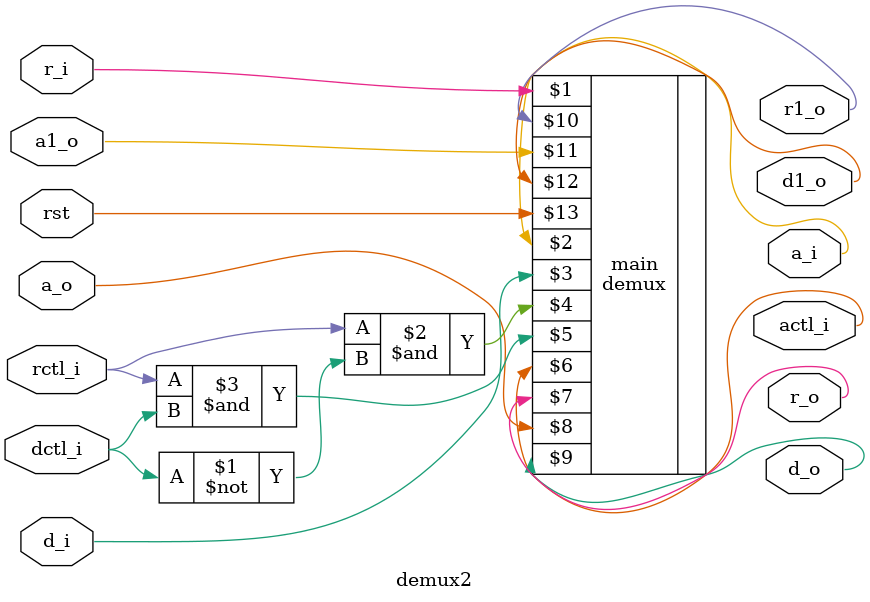
<source format=sv>
`ifndef __demux2

`include "demux.v"

module demux2 #(
    parameter Rpol = 1'b0, // reset polarity (rst=rpol => reset)

    parameter N = 32'b1,

    parameter NATIVE = 1'b1 // don't optimize
  ) (
  input r_i,
  output a_i,
  input [N-1:0] d_i,

  input rctl_i,
  input dctl_i,
  output actl_i,

  output r_o,
  input a_o,
  output [N-1:0] d_o,

  output r1_o,
  input a1_o,
  output [N-1:0] d1_o,

  input rst);

  demux #(.Rpol(Rpol), .N(N), .NATIVE(NATIVE)) main (
    r_i, a_i, d_i,
    rctl_i & ~dctl_i, rctl_i & dctl_i, actl_i,
    r_o, a_o, d_o,
    r1_o, a1_o, d1_o,
    rst
    );

endmodule

`define __demux2
`endif

</source>
